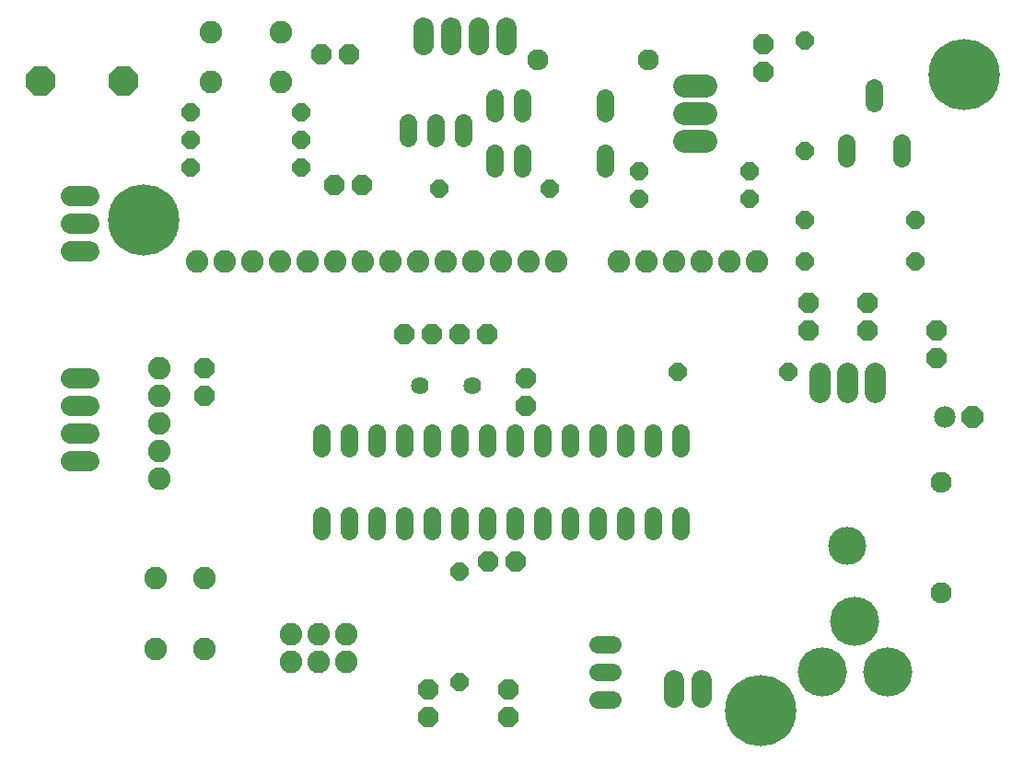
<source format=gbr>
G04 EAGLE Gerber RS-274X export*
G75*
%MOMM*%
%FSLAX34Y34*%
%LPD*%
%INSoldermask Bottom*%
%IPPOS*%
%AMOC8*
5,1,8,0,0,1.08239X$1,22.5*%
G01*
%ADD10C,1.828800*%
%ADD11P,2.969212X8X22.500000*%
%ADD12P,1.951982X8X22.500000*%
%ADD13C,1.930400*%
%ADD14C,2.082800*%
%ADD15C,1.625600*%
%ADD16P,2.034460X8X292.500000*%
%ADD17P,2.034460X8X22.500000*%
%ADD18P,1.759533X8X202.500000*%
%ADD19P,1.759533X8X22.500000*%
%ADD20P,1.759533X8X292.500000*%
%ADD21P,1.759533X8X112.500000*%
%ADD22C,2.082800*%
%ADD23C,1.625600*%
%ADD24P,1.951982X8X112.500000*%
%ADD25C,1.930400*%
%ADD26C,3.505200*%
%ADD27P,2.144431X8X22.500000*%
%ADD28C,1.981200*%
%ADD29P,1.951982X8X202.500000*%
%ADD30P,1.951982X8X292.500000*%
%ADD31C,6.553200*%
%ADD32C,4.521200*%


D10*
X92778Y275450D02*
X76522Y275450D01*
X76522Y300850D02*
X92778Y300850D01*
X92778Y326250D02*
X76522Y326250D01*
X76522Y351650D02*
X92778Y351650D01*
D11*
X48300Y625650D03*
X124500Y625650D03*
D12*
X306900Y650100D03*
X332300Y650100D03*
D10*
X656150Y74028D02*
X656150Y57772D01*
X630750Y57772D02*
X630750Y74028D01*
D13*
X607250Y644700D03*
X505650Y644700D03*
D10*
X400250Y658322D02*
X400250Y674578D01*
X425650Y674578D02*
X425650Y658322D01*
X451050Y658322D02*
X451050Y674578D01*
X476450Y674578D02*
X476450Y658322D01*
D14*
X640402Y621050D02*
X659198Y621050D01*
X659198Y595650D02*
X640402Y595650D01*
X640402Y570250D02*
X659198Y570250D01*
D15*
X465650Y559262D02*
X465650Y545038D01*
X491050Y545038D02*
X491050Y559262D01*
X567250Y559262D02*
X567250Y545038D01*
X567250Y595838D02*
X567250Y610062D01*
X491050Y610062D02*
X491050Y595838D01*
X465650Y595838D02*
X465650Y610062D01*
D16*
X872050Y396100D03*
X872050Y370700D03*
D17*
X318650Y529450D03*
X344050Y529450D03*
D16*
X478350Y65900D03*
X478350Y40500D03*
D15*
X411200Y573138D02*
X411200Y587362D01*
X436600Y587362D02*
X436600Y573138D01*
X385800Y573138D02*
X385800Y587362D01*
D18*
X853000Y459600D03*
X751400Y459600D03*
D19*
X599000Y542150D03*
X700600Y542150D03*
X599000Y516750D03*
X700600Y516750D03*
D18*
X516450Y526750D03*
X414850Y526750D03*
D19*
X186250Y545800D03*
X287850Y545800D03*
D20*
X433900Y173850D03*
X433900Y72250D03*
D18*
X287850Y571200D03*
X186250Y571200D03*
X287850Y596600D03*
X186250Y596600D03*
X853000Y497700D03*
X751400Y497700D03*
D21*
X751400Y561200D03*
X751400Y662800D03*
D15*
X840300Y568312D02*
X840300Y554088D01*
X789500Y554088D02*
X789500Y568312D01*
X814900Y604888D02*
X814900Y619112D01*
X574362Y56850D02*
X560138Y56850D01*
X560138Y82250D02*
X574362Y82250D01*
X574362Y107650D02*
X560138Y107650D01*
D22*
X269562Y624794D03*
X204538Y624794D03*
X269562Y670006D03*
X204538Y670006D03*
D10*
X92778Y468800D02*
X76522Y468800D01*
X76522Y494200D02*
X92778Y494200D01*
X92778Y519600D02*
X76522Y519600D01*
D23*
X397070Y345300D03*
X445330Y345300D03*
D24*
X808550Y396100D03*
X808550Y421500D03*
D15*
X637100Y301612D02*
X637100Y287388D01*
X611700Y287388D02*
X611700Y301612D01*
X586300Y301612D02*
X586300Y287388D01*
X560900Y287388D02*
X560900Y301612D01*
X535500Y301612D02*
X535500Y287388D01*
X510100Y287388D02*
X510100Y301612D01*
X484700Y301612D02*
X484700Y287388D01*
X459300Y287388D02*
X459300Y301612D01*
X433900Y301612D02*
X433900Y287388D01*
X408500Y287388D02*
X408500Y301612D01*
X383100Y301612D02*
X383100Y287388D01*
X357700Y287388D02*
X357700Y301612D01*
X332300Y301612D02*
X332300Y287388D01*
X306900Y287388D02*
X306900Y301612D01*
X306900Y225412D02*
X306900Y211188D01*
X332300Y211188D02*
X332300Y225412D01*
X357700Y225412D02*
X357700Y211188D01*
X383100Y211188D02*
X383100Y225412D01*
X408500Y225412D02*
X408500Y211188D01*
X433900Y211188D02*
X433900Y225412D01*
X459300Y225412D02*
X459300Y211188D01*
X484700Y211188D02*
X484700Y225412D01*
X510100Y225412D02*
X510100Y211188D01*
X535500Y211188D02*
X535500Y225412D01*
X560900Y225412D02*
X560900Y211188D01*
X586300Y211188D02*
X586300Y225412D01*
X611700Y225412D02*
X611700Y211188D01*
X637100Y211188D02*
X637100Y225412D01*
D13*
X876175Y154800D03*
X876175Y256400D03*
D25*
X815375Y339364D02*
X815375Y356636D01*
X789975Y356636D02*
X789975Y339364D01*
X764575Y339364D02*
X764575Y356636D01*
D26*
X789975Y198140D03*
D22*
X706950Y459600D03*
X681550Y459600D03*
X656150Y459600D03*
X630750Y459600D03*
X605350Y459600D03*
X579950Y459600D03*
X522800Y459600D03*
X497400Y459600D03*
X472000Y459600D03*
X446600Y459600D03*
X421200Y459600D03*
X395800Y459600D03*
X370400Y459600D03*
X345000Y459600D03*
X319600Y459600D03*
X294200Y459600D03*
X268800Y459600D03*
X243400Y459600D03*
X218000Y459600D03*
X192600Y459600D03*
D27*
X904750Y316725D03*
D28*
X879350Y316725D03*
D24*
X754575Y396100D03*
X754575Y421500D03*
D12*
X433900Y392925D03*
X459300Y392925D03*
D29*
X408500Y392925D03*
X383100Y392925D03*
X485175Y183375D03*
X459775Y183375D03*
D30*
X198950Y361175D03*
X198950Y335775D03*
D22*
X154119Y103238D03*
X154119Y168262D03*
X199331Y103238D03*
X199331Y168262D03*
X329125Y116700D03*
X329125Y91300D03*
X303725Y116700D03*
X303725Y91300D03*
X278325Y116700D03*
X278325Y91300D03*
D30*
X494225Y351650D03*
X494225Y326250D03*
D18*
X735525Y358000D03*
X633925Y358000D03*
D22*
X157675Y259575D03*
X157675Y284975D03*
X157675Y310375D03*
X157675Y335775D03*
X157675Y361175D03*
D30*
X404850Y65900D03*
X404850Y40500D03*
D24*
X713300Y634225D03*
X713300Y659625D03*
D31*
X142750Y497700D03*
X897450Y631050D03*
X710125Y46700D03*
D32*
X826800Y81775D03*
X796800Y128775D03*
X766800Y81775D03*
M02*

</source>
